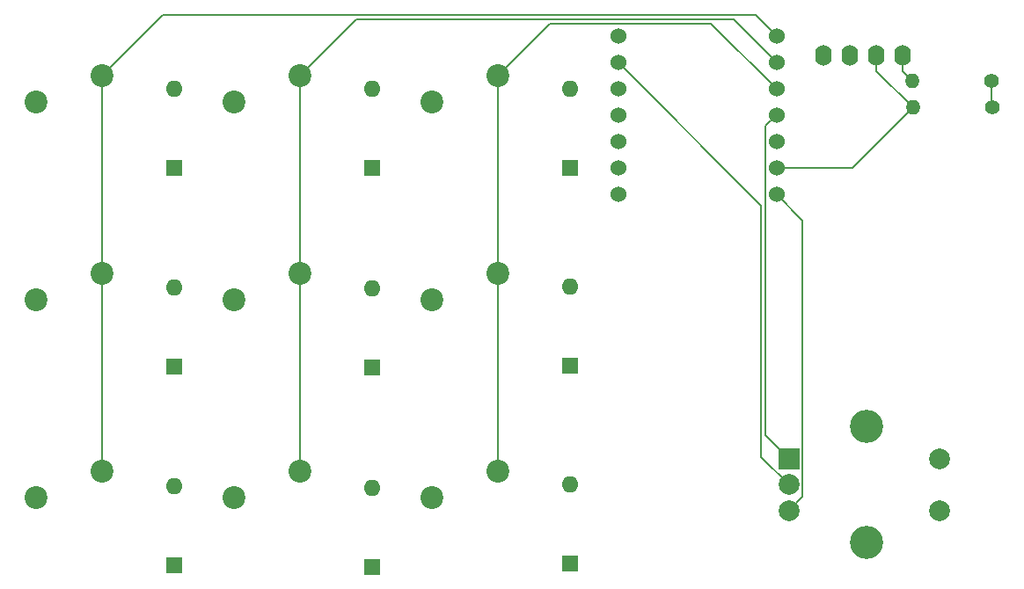
<source format=gtl>
%TF.GenerationSoftware,KiCad,Pcbnew,9.0.0*%
%TF.CreationDate,2025-03-01T22:53:14+02:00*%
%TF.ProjectId,hackpad,6861636b-7061-4642-9e6b-696361645f70,rev?*%
%TF.SameCoordinates,Original*%
%TF.FileFunction,Copper,L1,Top*%
%TF.FilePolarity,Positive*%
%FSLAX46Y46*%
G04 Gerber Fmt 4.6, Leading zero omitted, Abs format (unit mm)*
G04 Created by KiCad (PCBNEW 9.0.0) date 2025-03-01 22:53:14*
%MOMM*%
%LPD*%
G01*
G04 APERTURE LIST*
%TA.AperFunction,ComponentPad*%
%ADD10R,2.000000X2.000000*%
%TD*%
%TA.AperFunction,ComponentPad*%
%ADD11C,2.000000*%
%TD*%
%TA.AperFunction,ComponentPad*%
%ADD12C,3.200000*%
%TD*%
%TA.AperFunction,ComponentPad*%
%ADD13C,2.200000*%
%TD*%
%TA.AperFunction,ComponentPad*%
%ADD14O,1.600000X2.000000*%
%TD*%
%TA.AperFunction,ComponentPad*%
%ADD15R,1.600000X1.600000*%
%TD*%
%TA.AperFunction,ComponentPad*%
%ADD16O,1.600000X1.600000*%
%TD*%
%TA.AperFunction,ComponentPad*%
%ADD17C,1.400000*%
%TD*%
%TA.AperFunction,ComponentPad*%
%ADD18O,1.400000X1.400000*%
%TD*%
%TA.AperFunction,ComponentPad*%
%ADD19C,1.524000*%
%TD*%
%TA.AperFunction,Conductor*%
%ADD20C,0.200000*%
%TD*%
G04 APERTURE END LIST*
D10*
X237750000Y-103200000D03*
D11*
X237750000Y-108200000D03*
X237750000Y-105700000D03*
D12*
X245250000Y-100100000D03*
X245250000Y-111300000D03*
D11*
X252250000Y-108200000D03*
X252250000Y-103200000D03*
D13*
X190658750Y-85407500D03*
X184308750Y-87947500D03*
X209708750Y-85407500D03*
X203358750Y-87947500D03*
X190658750Y-104457500D03*
X184308750Y-106997500D03*
D14*
X241080000Y-64350000D03*
X243620000Y-64350000D03*
X246160000Y-64350000D03*
X248700000Y-64350000D03*
D13*
X209708750Y-66357500D03*
X203358750Y-68897500D03*
X171608750Y-104457500D03*
X165258750Y-106997500D03*
X209708750Y-104457500D03*
X203358750Y-106997500D03*
X171608750Y-85407500D03*
X165258750Y-87947500D03*
X190658750Y-66357500D03*
X184308750Y-68897500D03*
X171608750Y-66357500D03*
X165258750Y-68897500D03*
D15*
X178593750Y-94378750D03*
D16*
X178593750Y-86758750D03*
D15*
X178593750Y-75247500D03*
D16*
X178593750Y-67627500D03*
D15*
X197643750Y-113610000D03*
D16*
X197643750Y-105990000D03*
D15*
X197643750Y-94428750D03*
D16*
X197643750Y-86808750D03*
D15*
X216693750Y-113347500D03*
D16*
X216693750Y-105727500D03*
D17*
X257310000Y-69400000D03*
D18*
X249690000Y-69400000D03*
D15*
X197643750Y-75247500D03*
D16*
X197643750Y-67627500D03*
D15*
X216693750Y-94297500D03*
D16*
X216693750Y-86677500D03*
D15*
X178593750Y-113510000D03*
D16*
X178593750Y-105890000D03*
D17*
X257210000Y-66800000D03*
D18*
X249590000Y-66800000D03*
D15*
X216693750Y-75247500D03*
D16*
X216693750Y-67627500D03*
D19*
X236540000Y-62500000D03*
X236540000Y-65040000D03*
X236540000Y-67580000D03*
X236540000Y-70120000D03*
X236540000Y-72660000D03*
X236540000Y-75200000D03*
X236540000Y-77740000D03*
X221300000Y-77740000D03*
X221300000Y-75200000D03*
X221300000Y-72660000D03*
X221300000Y-70120000D03*
X221300000Y-67580000D03*
X221300000Y-65040000D03*
X221300000Y-62500000D03*
D20*
X235076000Y-78816000D02*
X221300000Y-65040000D01*
X235076000Y-103026000D02*
X235076000Y-78816000D01*
X237750000Y-105700000D02*
X235076000Y-103026000D01*
X239051000Y-80251000D02*
X236540000Y-77740000D01*
X237750000Y-108200000D02*
X239051000Y-106899000D01*
X239051000Y-106899000D02*
X239051000Y-80251000D01*
X235477000Y-71183000D02*
X236540000Y-70120000D01*
X235477000Y-100927000D02*
X235477000Y-71183000D01*
X237750000Y-103200000D02*
X235477000Y-100927000D01*
X243890000Y-75200000D02*
X249690000Y-69400000D01*
X236540000Y-75200000D02*
X243890000Y-75200000D01*
X257210000Y-66800000D02*
X257210000Y-69300000D01*
X257210000Y-69300000D02*
X257310000Y-69400000D01*
X246160000Y-65870000D02*
X249690000Y-69400000D01*
X246160000Y-64350000D02*
X246160000Y-65870000D01*
X248700000Y-64350000D02*
X248700000Y-65910000D01*
X248700000Y-65910000D02*
X249590000Y-66800000D01*
X209708750Y-66357500D02*
X209708750Y-104457500D01*
X190658750Y-66357500D02*
X190658750Y-104457500D01*
X171608750Y-66357500D02*
X171608750Y-104457500D01*
X177468250Y-60498000D02*
X171608750Y-66357500D01*
X236540000Y-62500000D02*
X234538000Y-60498000D01*
X234538000Y-60498000D02*
X177468250Y-60498000D01*
X196117250Y-60899000D02*
X190658750Y-66357500D01*
X232399000Y-60899000D02*
X196117250Y-60899000D01*
X236540000Y-65040000D02*
X232399000Y-60899000D01*
X214766250Y-61300000D02*
X209708750Y-66357500D01*
X230260000Y-61300000D02*
X214766250Y-61300000D01*
X236540000Y-67580000D02*
X230260000Y-61300000D01*
M02*

</source>
